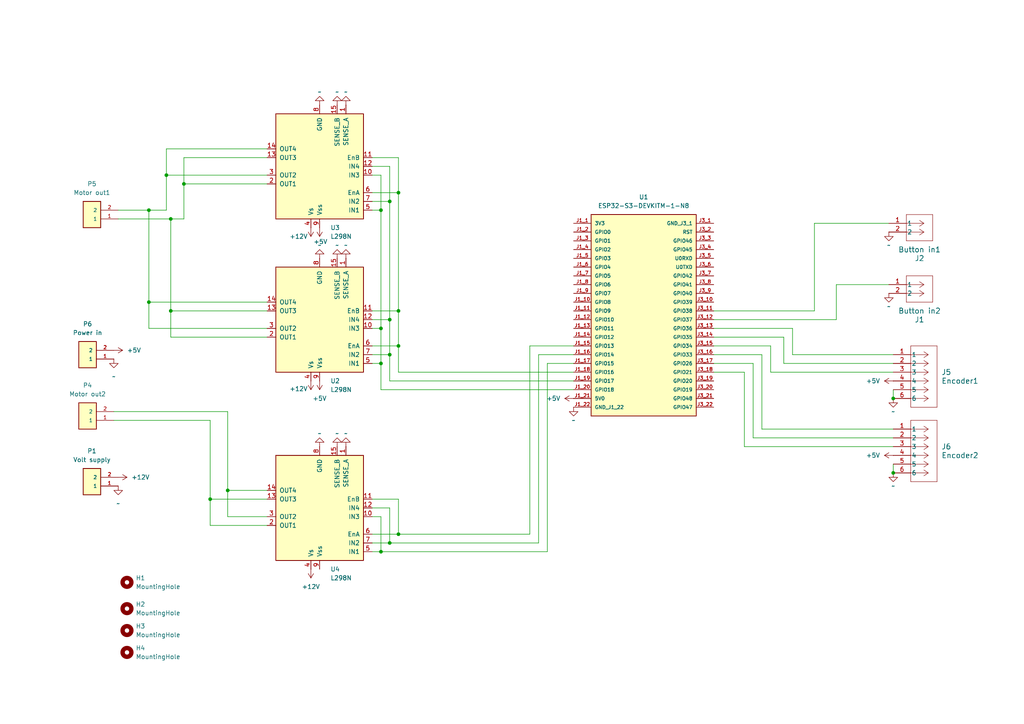
<source format=kicad_sch>
(kicad_sch (version 20250114) (generator "eeschema") (generator_version "9.0")
  (paper "A4")
  (lib_symbols
    (symbol "Driver_Motor:L298N" (pin_names (offset 1.016))
      (property "Reference" "U" (at -10.16 16.51 0))
      (property "Value" "L298N" (at 12.7 16.51 0))
      (symbol "L298N_0_1"
        (rectangle (start -12.7 15.24) (end 12.7 -15.24) (stroke (width 0.254)) (fill (type background)))
      )
      (symbol "L298N_1_1"
        (pin input line (at -15.24 12.7 0) (length 2.54) (name "IN1") (number "5"))
        (pin input line (at -15.24 10.16 0) (length 2.54) (name "IN2") (number "7"))
        (pin input line (at -15.24 7.62 0) (length 2.54) (name "EnA") (number "6"))
        (pin input line (at -15.24 2.54 0) (length 2.54) (name "IN3") (number "10"))
        (pin input line (at -15.24 0 0) (length 2.54) (name "IN4") (number "12"))
        (pin input line (at -15.24 -2.54 0) (length 2.54) (name "EnB") (number "11"))
        (pin power_in line (at -7.62 -17.78 90) (length 2.54) (name "SENSE_A") (number "1"))
        (pin power_in line (at -5.08 -17.78 90) (length 2.54) (name "SENSE_B") (number "15"))
        (pin power_in line (at 0 17.78 270) (length 2.54) (name "Vss") (number "9"))
        (pin power_in line (at 0 -17.78 90) (length 2.54) (name "GND") (number "8"))
        (pin power_in line (at 2.54 17.78 270) (length 2.54) (name "Vs") (number "4"))
        (pin output line (at 15.24 5.08 180) (length 2.54) (name "OUT1") (number "2"))
        (pin output line (at 15.24 2.54 180) (length 2.54) (name "OUT2") (number "3"))
        (pin output line (at 15.24 -2.54 180) (length 2.54) (name "OUT3") (number "13"))
        (pin output line (at 15.24 -5.08 180) (length 2.54) (name "OUT4") (number "14"))
      )
    )
    (symbol "ESP32-S3-DEVKITM-1-N8:ESP32-S3-DEVKITM-1-N8" (pin_names (offset 1.016))
      (property "Reference" "U" (at -15.24 31.242 0))
      (property "Value" "ESP32-S3-DEVKITM-1-N8" (at -15.24 -30.48 0))
      (symbol "ESP32-S3-DEVKITM-1-N8_0_0"
        (rectangle (start -15.24 -27.94) (end 15.24 30.48) (stroke (width 0.254)) (fill (type background)))
        (pin power_in line (at -20.32 27.94 0) (length 5.08) (name "3V3") (number "J1_1"))
        (pin bidirectional line (at -20.32 25.4 0) (length 5.08) (name "GPIO0") (number "J1_2"))
        (pin bidirectional line (at -20.32 22.86 0) (length 5.08) (name "GPIO1") (number "J1_3"))
        (pin bidirectional line (at -20.32 20.32 0) (length 5.08) (name "GPIO2") (number "J1_4"))
        (pin bidirectional line (at -20.32 17.78 0) (length 5.08) (name "GPIO3") (number "J1_5"))
        (pin bidirectional line (at -20.32 15.24 0) (length 5.08) (name "GPIO4") (number "J1_6"))
        (pin bidirectional line (at -20.32 12.7 0) (length 5.08) (name "GPIO5") (number "J1_7"))
        (pin bidirectional line (at -20.32 10.16 0) (length 5.08) (name "GPIO6") (number "J1_8"))
        (pin bidirectional line (at -20.32 7.62 0) (length 5.08) (name "GPIO7") (number "J1_9"))
        (pin bidirectional line (at -20.32 5.08 0) (length 5.08) (name "GPIO8") (number "J1_10"))
        (pin bidirectional line (at -20.32 2.54 0) (length 5.08) (name "GPIO9") (number "J1_11"))
        (pin bidirectional line (at -20.32 0 0) (length 5.08) (name "GPIO10") (number "J1_12"))
        (pin bidirectional line (at -20.32 -2.54 0) (length 5.08) (name "GPIO11") (number "J1_13"))
        (pin bidirectional line (at -20.32 -5.08 0) (length 5.08) (name "GPIO12") (number "J1_14"))
        (pin bidirectional line (at -20.32 -7.62 0) (length 5.08) (name "GPIO13") (number "J1_15"))
        (pin bidirectional line (at -20.32 -10.16 0) (length 5.08) (name "GPIO14") (number "J1_16"))
        (pin bidirectional line (at -20.32 -12.7 0) (length 5.08) (name "GPIO15") (number "J1_17"))
        (pin bidirectional line (at -20.32 -15.24 0) (length 5.08) (name "GPIO16") (number "J1_18"))
        (pin bidirectional line (at -20.32 -17.78 0) (length 5.08) (name "GPIO17") (number "J1_19"))
        (pin bidirectional line (at -20.32 -20.32 0) (length 5.08) (name "GPIO18") (number "J1_20"))
        (pin power_in line (at -20.32 -22.86 0) (length 5.08) (name "5V0") (number "J1_21"))
        (pin power_in line (at -20.32 -25.4 0) (length 5.08) (name "GND_J1_22") (number "J1_22"))
        (pin power_in line (at 20.32 27.94 180) (length 5.08) (name "GND_J3_1") (number "J3_1"))
        (pin input line (at 20.32 25.4 180) (length 5.08) (name "RST") (number "J3_2"))
        (pin bidirectional line (at 20.32 22.86 180) (length 5.08) (name "GPIO46") (number "J3_3"))
        (pin bidirectional line (at 20.32 20.32 180) (length 5.08) (name "GPIO45") (number "J3_4"))
        (pin bidirectional line (at 20.32 17.78 180) (length 5.08) (name "U0RXD") (number "J3_5"))
        (pin bidirectional line (at 20.32 15.24 180) (length 5.08) (name "U0TXD") (number "J3_6"))
        (pin bidirectional line (at 20.32 12.7 180) (length 5.08) (name "GPIO42") (number "J3_7"))
        (pin bidirectional line (at 20.32 10.16 180) (length 5.08) (name "GPIO41") (number "J3_8"))
        (pin bidirectional line (at 20.32 7.62 180) (length 5.08) (name "GPIO40") (number "J3_9"))
        (pin bidirectional line (at 20.32 5.08 180) (length 5.08) (name "GPIO39") (number "J3_10"))
        (pin bidirectional line (at 20.32 2.54 180) (length 5.08) (name "GPIO38") (number "J3_11"))
        (pin bidirectional line (at 20.32 0 180) (length 5.08) (name "GPIO37") (number "J3_12"))
        (pin bidirectional line (at 20.32 -2.54 180) (length 5.08) (name "GPIO36") (number "J3_13"))
        (pin bidirectional line (at 20.32 -5.08 180) (length 5.08) (name "GPIO35") (number "J3_14"))
        (pin bidirectional line (at 20.32 -7.62 180) (length 5.08) (name "GPIO34") (number "J3_15"))
        (pin bidirectional line (at 20.32 -10.16 180) (length 5.08) (name "GPIO33") (number "J3_16"))
        (pin bidirectional line (at 20.32 -12.7 180) (length 5.08) (name "GPIO26") (number "J3_17"))
        (pin bidirectional line (at 20.32 -15.24 180) (length 5.08) (name "GPIO21") (number "J3_18"))
        (pin bidirectional line (at 20.32 -17.78 180) (length 5.08) (name "GPIO20") (number "J3_19"))
        (pin bidirectional line (at 20.32 -20.32 180) (length 5.08) (name "GPIO19") (number "J3_20"))
        (pin bidirectional line (at 20.32 -22.86 180) (length 5.08) (name "GPIO48") (number "J3_21"))
        (pin bidirectional line (at 20.32 -25.4 180) (length 5.08) (name "GPIO47") (number "J3_22"))
      )
    )
    (symbol "Mechanical:MountingHole" (pin_names (offset 1.016)) (exclude_from_sim yes) (in_bom no)
      (property "Reference" "H" (at 0 5.08 0))
      (property "Value" "MountingHole" (at 0 3.175 0))
      (symbol "MountingHole_0_1"
        (circle (center 0 0) (radius 1.27) (stroke (width 1.27)))
      )
    )
    (symbol "Molex 2 pin:22232021" (pin_names (offset 0.254))
      (property "Reference" "J" (at 8.89 6.35 0))
      (property "Value" "22232021" (at 0 0 0))
      (symbol "22232021_1_1"
        (polyline (pts (xy 5.08 2.54) (xy 5.08 -5.08)) (stroke (width 0.127)))
        (polyline (pts (xy 5.08 -5.08) (xy 12.7 -5.08)) (stroke (width 0.127)))
        (polyline (pts (xy 10.16 0) (xy 5.08 0)) (stroke (width 0.127)))
        (polyline (pts (xy 10.16 0) (xy 8.89 0.8467)) (stroke (width 0.127)))
        (polyline (pts (xy 10.16 0) (xy 8.89 -0.8467)) (stroke (width 0.127)))
        (polyline (pts (xy 10.16 -2.54) (xy 5.08 -2.54)) (stroke (width 0.127)))
        (polyline (pts (xy 10.16 -2.54) (xy 8.89 -1.6933)) (stroke (width 0.127)))
        (polyline (pts (xy 10.16 -2.54) (xy 8.89 -3.3867)) (stroke (width 0.127)))
        (polyline (pts (xy 12.7 2.54) (xy 5.08 2.54)) (stroke (width 0.127)))
        (polyline (pts (xy 12.7 -5.08) (xy 12.7 2.54)) (stroke (width 0.127)))
        (pin unspecified line (at 0 0 0) (length 5.08) (name "1") (number "1"))
        (pin unspecified line (at 0 -2.54 0) (length 5.08) (name "2") (number "2"))
      )
      (symbol "22232021_1_2"
        (polyline (pts (xy 5.08 2.54) (xy 5.08 -5.08)) (stroke (width 0.127)))
        (polyline (pts (xy 5.08 -5.08) (xy 12.7 -5.08)) (stroke (width 0.127)))
        (polyline (pts (xy 7.62 0) (xy 5.08 0)) (stroke (width 0.127)))
        (polyline (pts (xy 7.62 0) (xy 8.89 0.8467)) (stroke (width 0.127)))
        (polyline (pts (xy 7.62 0) (xy 8.89 -0.8467)) (stroke (width 0.127)))
        (polyline (pts (xy 7.62 -2.54) (xy 5.08 -2.54)) (stroke (width 0.127)))
        (polyline (pts (xy 7.62 -2.54) (xy 8.89 -1.6933)) (stroke (width 0.127)))
        (polyline (pts (xy 7.62 -2.54) (xy 8.89 -3.3867)) (stroke (width 0.127)))
        (polyline (pts (xy 12.7 2.54) (xy 5.08 2.54)) (stroke (width 0.127)))
        (polyline (pts (xy 12.7 -5.08) (xy 12.7 2.54)) (stroke (width 0.127)))
        (pin unspecified line (at 0 0 0) (length 5.08) (name "1") (number "1"))
        (pin unspecified line (at 0 -2.54 0) (length 5.08) (name "2") (number "2"))
      )
    )
    (symbol "Screw terminal - 282837-2:282837-2" (pin_names (offset 1.016))
      (property "Reference" "P" (at -2.5406 2.5438 0))
      (property "Value" "282837-2" (at -2.5424 -6.3745 0))
      (symbol "282837-2_0_0"
        (rectangle (start -2.54 -5.08) (end 2.54 2.54) (stroke (width 0.254)) (fill (type background)))
        (pin passive line (at -7.62 0 0) (length 5.08) (name "1") (number "1"))
        (pin passive line (at -7.62 -2.54 0) (length 5.08) (name "2") (number "2"))
      )
    )
    (symbol "molex 6 pin:26604060" (pin_names (offset 0.254))
      (property "Reference" "J" (at 8.89 6.35 0))
      (property "Value" "26604060" (at 0 0 0))
      (symbol "26604060_1_1"
        (polyline (pts (xy 5.08 2.54) (xy 5.08 -15.24)) (stroke (width 0.127)))
        (polyline (pts (xy 5.08 -15.24) (xy 12.7 -15.24)) (stroke (width 0.127)))
        (polyline (pts (xy 10.16 0) (xy 5.08 0)) (stroke (width 0.127)))
        (polyline (pts (xy 10.16 0) (xy 8.89 0.8467)) (stroke (width 0.127)))
        (polyline (pts (xy 10.16 0) (xy 8.89 -0.8467)) (stroke (width 0.127)))
        (polyline (pts (xy 10.16 -2.54) (xy 5.08 -2.54)) (stroke (width 0.127)))
        (polyline (pts (xy 10.16 -2.54) (xy 8.89 -1.6933)) (stroke (width 0.127)))
        (polyline (pts (xy 10.16 -2.54) (xy 8.89 -3.3867)) (stroke (width 0.127)))
        (polyline (pts (xy 10.16 -5.08) (xy 5.08 -5.08)) (stroke (width 0.127)))
        (polyline (pts (xy 10.16 -5.08) (xy 8.89 -4.2333)) (stroke (width 0.127)))
        (polyline (pts (xy 10.16 -5.08) (xy 8.89 -5.9267)) (stroke (width 0.127)))
        (polyline (pts (xy 10.16 -7.62) (xy 5.08 -7.62)) (stroke (width 0.127)))
        (polyline (pts (xy 10.16 -7.62) (xy 8.89 -6.7733)) (stroke (width 0.127)))
        (polyline (pts (xy 10.16 -7.62) (xy 8.89 -8.4667)) (stroke (width 0.127)))
        (polyline (pts (xy 10.16 -10.16) (xy 5.08 -10.16)) (stroke (width 0.127)))
        (polyline (pts (xy 10.16 -10.16) (xy 8.89 -9.3133)) (stroke (width 0.127)))
        (polyline (pts (xy 10.16 -10.16) (xy 8.89 -11.0067)) (stroke (width 0.127)))
        (polyline (pts (xy 10.16 -12.7) (xy 5.08 -12.7)) (stroke (width 0.127)))
        (polyline (pts (xy 10.16 -12.7) (xy 8.89 -11.8533)) (stroke (width 0.127)))
        (polyline (pts (xy 10.16 -12.7) (xy 8.89 -13.5467)) (stroke (width 0.127)))
        (polyline (pts (xy 12.7 2.54) (xy 5.08 2.54)) (stroke (width 0.127)))
        (polyline (pts (xy 12.7 -15.24) (xy 12.7 2.54)) (stroke (width 0.127)))
        (pin unspecified line (at 0 0 0) (length 5.08) (name "1") (number "1"))
        (pin unspecified line (at 0 -2.54 0) (length 5.08) (name "2") (number "2"))
        (pin unspecified line (at 0 -5.08 0) (length 5.08) (name "3") (number "3"))
        (pin unspecified line (at 0 -7.62 0) (length 5.08) (name "4") (number "4"))
        (pin unspecified line (at 0 -10.16 0) (length 5.08) (name "5") (number "5"))
        (pin unspecified line (at 0 -12.7 0) (length 5.08) (name "6") (number "6"))
      )
      (symbol "26604060_1_2"
        (polyline (pts (xy 5.08 2.54) (xy 5.08 -15.24)) (stroke (width 0.127)))
        (polyline (pts (xy 5.08 -15.24) (xy 12.7 -15.24)) (stroke (width 0.127)))
        (polyline (pts (xy 7.62 0) (xy 5.08 0)) (stroke (width 0.127)))
        (polyline (pts (xy 7.62 0) (xy 8.89 0.8467)) (stroke (width 0.127)))
        (polyline (pts (xy 7.62 0) (xy 8.89 -0.8467)) (stroke (width 0.127)))
        (polyline (pts (xy 7.62 -2.54) (xy 5.08 -2.54)) (stroke (width 0.127)))
        (polyline (pts (xy 7.62 -2.54) (xy 8.89 -1.6933)) (stroke (width 0.127)))
        (polyline (pts (xy 7.62 -2.54) (xy 8.89 -3.3867)) (stroke (width 0.127)))
        (polyline (pts (xy 7.62 -5.08) (xy 5.08 -5.08)) (stroke (width 0.127)))
        (polyline (pts (xy 7.62 -5.08) (xy 8.89 -4.2333)) (stroke (width 0.127)))
        (polyline (pts (xy 7.62 -5.08) (xy 8.89 -5.9267)) (stroke (width 0.127)))
        (polyline (pts (xy 7.62 -7.62) (xy 5.08 -7.62)) (stroke (width 0.127)))
        (polyline (pts (xy 7.62 -7.62) (xy 8.89 -6.7733)) (stroke (width 0.127)))
        (polyline (pts (xy 7.62 -7.62) (xy 8.89 -8.4667)) (stroke (width 0.127)))
        (polyline (pts (xy 7.62 -10.16) (xy 5.08 -10.16)) (stroke (width 0.127)))
        (polyline (pts (xy 7.62 -10.16) (xy 8.89 -9.3133)) (stroke (width 0.127)))
        (polyline (pts (xy 7.62 -10.16) (xy 8.89 -11.0067)) (stroke (width 0.127)))
        (polyline (pts (xy 7.62 -12.7) (xy 5.08 -12.7)) (stroke (width 0.127)))
        (polyline (pts (xy 7.62 -12.7) (xy 8.89 -11.8533)) (stroke (width 0.127)))
        (polyline (pts (xy 7.62 -12.7) (xy 8.89 -13.5467)) (stroke (width 0.127)))
        (polyline (pts (xy 12.7 2.54) (xy 5.08 2.54)) (stroke (width 0.127)))
        (polyline (pts (xy 12.7 -15.24) (xy 12.7 2.54)) (stroke (width 0.127)))
        (pin unspecified line (at 0 0 0) (length 5.08) (name "1") (number "1"))
        (pin unspecified line (at 0 -2.54 0) (length 5.08) (name "2") (number "2"))
        (pin unspecified line (at 0 -5.08 0) (length 5.08) (name "3") (number "3"))
        (pin unspecified line (at 0 -7.62 0) (length 5.08) (name "4") (number "4"))
        (pin unspecified line (at 0 -10.16 0) (length 5.08) (name "5") (number "5"))
        (pin unspecified line (at 0 -12.7 0) (length 5.08) (name "6") (number "6"))
      )
    )
    (symbol "power:+12V" (power) (pin_numbers (hide yes)) (pin_names (offset 0) (hide yes))
      (property "Value" "+12V" (at 0 3.556 0))
      (symbol "+12V_0_1"
        (polyline (pts (xy -0.762 1.27) (xy 0 2.54)))
        (polyline (pts (xy 0 2.54) (xy 0.762 1.27)))
        (polyline (pts (xy 0 0) (xy 0 2.54)))
      )
      (symbol "+12V_1_1"
        (pin power_in line (at 0 0 90) (length 0) (name "~") (number "1"))
      )
    )
    (symbol "power:+5V" (power) (pin_numbers (hide yes)) (pin_names (offset 0) (hide yes))
      (property "Value" "+5V" (at 0 3.556 0))
      (symbol "+5V_0_1"
        (polyline (pts (xy -0.762 1.27) (xy 0 2.54)))
        (polyline (pts (xy 0 2.54) (xy 0.762 1.27)))
        (polyline (pts (xy 0 0) (xy 0 2.54)))
      )
      (symbol "+5V_1_1"
        (pin power_in line (at 0 0 90) (length 0) (name "~") (number "1"))
      )
    )
    (symbol "power:GND" (power) (pin_numbers (hide yes)) (pin_names (offset 0) (hide yes))
      (property "Value" "GND" (at 0 -3.81 0))
      (symbol "GND_0_1"
        (polyline (pts (xy 0 0) (xy 0 -1.27) (xy 1.27 -1.27) (xy 0 -2.54) (xy -1.27 -1.27) (xy 0 -1.27)))
      )
      (symbol "GND_1_1"
        (pin power_in line (at 0 0 270) (length 0) (name "~") (number "1"))
      )
    )
  )
  (junction (at 43.18 60.96))
  (junction (at 115.57 154.94))
  (junction (at 115.57 100.33))
  (junction (at 115.57 55.88))
  (junction (at 115.57 90.17))
  (junction (at 110.49 95.25))
  (junction (at 49.53 63.5))
  (junction (at 53.34 53.34))
  (junction (at 259.08 115.57))
  (junction (at 49.53 90.17))
  (junction (at 113.03 58.42))
  (junction (at 110.49 60.96))
  (junction (at 113.03 102.87))
  (junction (at 66.04 142.24))
  (junction (at 43.18 87.63))
  (junction (at 48.26 50.8))
  (junction (at 259.08 137.16))
  (junction (at 60.96 144.78))
  (junction (at 110.49 105.41))
  (junction (at 113.03 92.71))
  (junction (at 113.03 157.48))
  (junction (at 110.49 160.02))
  (wire (pts (xy 77.47 90.17) (xy 49.53 90.17)))
  (wire (pts (xy 215.9 107.95) (xy 207.01 107.95)))
  (wire (pts (xy 110.49 149.86) (xy 110.49 160.02)))
  (wire (pts (xy 48.26 43.18) (xy 48.26 50.8)))
  (wire (pts (xy 110.49 105.41) (xy 107.95 105.41)))
  (wire (pts (xy 110.49 95.25) (xy 110.49 105.41)))
  (wire (pts (xy 153.67 100.33) (xy 153.67 154.94)))
  (wire (pts (xy 107.95 95.25) (xy 110.49 95.25)))
  (wire (pts (xy 43.18 60.96) (xy 43.18 87.63)))
  (wire (pts (xy 49.53 90.17) (xy 49.53 63.5)))
  (wire (pts (xy 107.95 147.32) (xy 113.03 147.32)))
  (wire (pts (xy 107.95 154.94) (xy 115.57 154.94)))
  (wire (pts (xy 223.52 100.33) (xy 207.01 100.33)))
  (wire (pts (xy 259.08 124.46) (xy 220.98 124.46)))
  (wire (pts (xy 77.47 144.78) (xy 60.96 144.78)))
  (wire (pts (xy 113.03 102.87) (xy 113.03 92.71)))
  (wire (pts (xy 223.52 107.95) (xy 223.52 100.33)))
  (wire (pts (xy 107.95 149.86) (xy 110.49 149.86)))
  (wire (pts (xy 66.04 149.86) (xy 66.04 142.24)))
  (wire (pts (xy 113.03 102.87) (xy 107.95 102.87)))
  (wire (pts (xy 158.75 105.41) (xy 158.75 160.02)))
  (wire (pts (xy 115.57 90.17) (xy 115.57 55.88)))
  (wire (pts (xy 218.44 127) (xy 259.08 127)))
  (wire (pts (xy 110.49 160.02) (xy 158.75 160.02)))
  (wire (pts (xy 236.22 64.77) (xy 257.81 64.77)))
  (wire (pts (xy 77.47 152.4) (xy 60.96 152.4)))
  (wire (pts (xy 242.57 92.71) (xy 242.57 82.55)))
  (wire (pts (xy 77.47 50.8) (xy 48.26 50.8)))
  (wire (pts (xy 77.47 97.79) (xy 49.53 97.79)))
  (wire (pts (xy 107.95 157.48) (xy 113.03 157.48)))
  (wire (pts (xy 207.01 92.71) (xy 242.57 92.71)))
  (wire (pts (xy 156.21 157.48) (xy 156.21 102.87)))
  (wire (pts (xy 48.26 60.96) (xy 43.18 60.96)))
  (wire (pts (xy 53.34 53.34) (xy 77.47 53.34)))
  (wire (pts (xy 77.47 95.25) (xy 43.18 95.25)))
  (wire (pts (xy 107.95 58.42) (xy 113.03 58.42)))
  (wire (pts (xy 166.37 105.41) (xy 158.75 105.41)))
  (wire (pts (xy 115.57 55.88) (xy 115.57 45.72)))
  (wire (pts (xy 227.33 97.79) (xy 227.33 105.41)))
  (wire (pts (xy 115.57 55.88) (xy 107.95 55.88)))
  (wire (pts (xy 60.96 144.78) (xy 60.96 121.92)))
  (wire (pts (xy 113.03 147.32) (xy 113.03 157.48)))
  (wire (pts (xy 110.49 113.03) (xy 166.37 113.03)))
  (wire (pts (xy 113.03 92.71) (xy 113.03 58.42)))
  (wire (pts (xy 113.03 58.42) (xy 113.03 48.26)))
  (wire (pts (xy 107.95 100.33) (xy 115.57 100.33)))
  (wire (pts (xy 218.44 105.41) (xy 218.44 127)))
  (wire (pts (xy 107.95 90.17) (xy 115.57 90.17)))
  (wire (pts (xy 259.08 102.87) (xy 229.87 102.87)))
  (wire (pts (xy 53.34 53.34) (xy 53.34 63.5)))
  (wire (pts (xy 43.18 87.63) (xy 43.18 95.25)))
  (wire (pts (xy 53.34 63.5) (xy 49.53 63.5)))
  (wire (pts (xy 110.49 95.25) (xy 110.49 60.96)))
  (wire (pts (xy 220.98 124.46) (xy 220.98 102.87)))
  (wire (pts (xy 110.49 50.8) (xy 107.95 50.8)))
  (wire (pts (xy 77.47 149.86) (xy 66.04 149.86)))
  (wire (pts (xy 60.96 121.92) (xy 33.02 121.92)))
  (wire (pts (xy 259.08 107.95) (xy 223.52 107.95)))
  (wire (pts (xy 107.95 144.78) (xy 115.57 144.78)))
  (wire (pts (xy 259.08 137.16) (xy 259.08 134.62)))
  (wire (pts (xy 77.47 45.72) (xy 53.34 45.72)))
  (wire (pts (xy 227.33 105.41) (xy 259.08 105.41)))
  (wire (pts (xy 110.49 113.03) (xy 110.49 105.41)))
  (wire (pts (xy 207.01 97.79) (xy 227.33 97.79)))
  (wire (pts (xy 259.08 129.54) (xy 215.9 129.54)))
  (wire (pts (xy 49.53 97.79) (xy 49.53 90.17)))
  (wire (pts (xy 166.37 100.33) (xy 153.67 100.33)))
  (wire (pts (xy 110.49 60.96) (xy 110.49 50.8)))
  (wire (pts (xy 229.87 102.87) (xy 229.87 95.25)))
  (wire (pts (xy 115.57 154.94) (xy 153.67 154.94)))
  (wire (pts (xy 49.53 63.5) (xy 34.29 63.5)))
  (wire (pts (xy 115.57 144.78) (xy 115.57 154.94)))
  (wire (pts (xy 60.96 152.4) (xy 60.96 144.78)))
  (wire (pts (xy 53.34 45.72) (xy 53.34 53.34)))
  (wire (pts (xy 220.98 102.87) (xy 207.01 102.87)))
  (wire (pts (xy 115.57 45.72) (xy 107.95 45.72)))
  (wire (pts (xy 77.47 87.63) (xy 43.18 87.63)))
  (wire (pts (xy 77.47 142.24) (xy 66.04 142.24)))
  (wire (pts (xy 115.57 107.95) (xy 115.57 100.33)))
  (wire (pts (xy 107.95 60.96) (xy 110.49 60.96)))
  (wire (pts (xy 113.03 48.26) (xy 107.95 48.26)))
  (wire (pts (xy 113.03 110.49) (xy 166.37 110.49)))
  (wire (pts (xy 215.9 129.54) (xy 215.9 107.95)))
  (wire (pts (xy 207.01 90.17) (xy 236.22 90.17)))
  (wire (pts (xy 66.04 119.38) (xy 33.02 119.38)))
  (wire (pts (xy 259.08 115.57) (xy 259.08 113.03)))
  (wire (pts (xy 107.95 92.71) (xy 113.03 92.71)))
  (wire (pts (xy 48.26 50.8) (xy 48.26 60.96)))
  (wire (pts (xy 66.04 142.24) (xy 66.04 119.38)))
  (wire (pts (xy 236.22 90.17) (xy 236.22 64.77)))
  (wire (pts (xy 229.87 95.25) (xy 207.01 95.25)))
  (wire (pts (xy 113.03 110.49) (xy 113.03 102.87)))
  (wire (pts (xy 43.18 60.96) (xy 34.29 60.96)))
  (wire (pts (xy 207.01 105.41) (xy 218.44 105.41)))
  (wire (pts (xy 77.47 43.18) (xy 48.26 43.18)))
  (wire (pts (xy 107.95 160.02) (xy 110.49 160.02)))
  (wire (pts (xy 113.03 157.48) (xy 156.21 157.48)))
  (wire (pts (xy 115.57 107.95) (xy 166.37 107.95)))
  (wire (pts (xy 156.21 102.87) (xy 166.37 102.87)))
  (wire (pts (xy 242.57 82.55) (xy 257.81 82.55)))
  (wire (pts (xy 115.57 90.17) (xy 115.57 100.33)))
  (symbol (lib_id "power:GND") (at 259.08 137.16 0) (unit 1)
    (property "Reference" "#PWR018" (effects (hide yes)))
    (property "Value" "~" (at 259.08 140.97 0))
    (property "Description" "Power symbol creates a global label with name \"GND\" , ground" (effects (hide yes)))
  )
  (symbol (lib_id "Mechanical:MountingHole") (at 36.83 189.23 0) (unit 1) (exclude_from_sim yes) (in_bom no)
    (property "Reference" "H4" (at 39.37 187.9599 0) (effects (justify left)))
    (property "Value" "MountingHole" (at 39.37 190.4999 0) (effects (justify left)))
    (property "Footprint" "MountingHole:MountingHole_3mm_Pad" (effects (hide yes)))
    (property "Description" "Mounting Hole without connection" (effects (hide yes)))
  )
  (symbol (lib_id "Mechanical:MountingHole") (at 36.83 182.88 0) (unit 1) (exclude_from_sim yes) (in_bom no)
    (property "Reference" "H3" (at 39.37 181.6099 0) (effects (justify left)))
    (property "Value" "MountingHole" (at 39.37 184.1499 0) (effects (justify left)))
    (property "Footprint" "MountingHole:MountingHole_3mm_Pad" (effects (hide yes)))
    (property "Description" "Mounting Hole without connection" (effects (hide yes)))
  )
  (symbol (lib_id "power:+12V") (at 90.17 165.1 180) (unit 1)
    (property "Reference" "#PWR016" (effects (hide yes)))
    (property "Value" "+12V" (at 90.17 170.18 0))
    (property "Description" "Power symbol creates a global label with name \"+12V\"" (effects (hide yes)))
  )
  (symbol (lib_id "Mechanical:MountingHole") (at 36.83 168.91 0) (unit 1) (exclude_from_sim yes) (in_bom no)
    (property "Reference" "H1" (at 39.37 167.6399 0) (effects (justify left)))
    (property "Value" "MountingHole" (at 39.37 170.1799 0) (effects (justify left)))
    (property "Footprint" "MountingHole:MountingHole_3mm_Pad" (effects (hide yes)))
    (property "Description" "Mounting Hole without connection" (effects (hide yes)))
  )
  (symbol (lib_id "power:+5V") (at 92.71 110.49 180) (unit 1)
    (property "Reference" "#PWR020" (effects (hide yes)))
    (property "Value" "+5V" (at 92.71 115.57 0))
    (property "Description" "Power symbol creates a global label with name \"+5V\"" (effects (hide yes)))
  )
  (symbol (lib_id "power:GND") (at 97.79 129.54 180) (unit 1)
    (property "Reference" "#PWR014" (effects (hide yes)))
    (property "Value" "~" (at 97.79 125.73 0))
    (property "Description" "Power symbol creates a global label with name \"GND\" , ground" (effects (hide yes)))
  )
  (symbol (lib_id "power:GND") (at 97.79 74.93 180) (unit 1)
    (property "Reference" "#PWR05" (effects (hide yes)))
    (property "Value" "~" (at 97.79 71.12 0))
    (property "Description" "Power symbol creates a global label with name \"GND\" , ground" (effects (hide yes)))
  )
  (symbol (lib_id "power:GND") (at 100.33 30.48 180) (unit 1)
    (property "Reference" "#PWR010" (effects (hide yes)))
    (property "Value" "~" (at 100.33 26.67 0))
    (property "Description" "Power symbol creates a global label with name \"GND\" , ground" (effects (hide yes)))
  )
  (symbol (lib_id "power:GND") (at 92.71 129.54 180) (unit 1)
    (property "Reference" "#PWR013" (effects (hide yes)))
    (property "Value" "~" (at 92.71 125.73 0))
    (property "Description" "Power symbol creates a global label with name \"GND\" , ground" (effects (hide yes)))
  )
  (symbol (lib_id "power:+12V") (at 34.29 138.43 270) (unit 1)
    (property "Reference" "#PWR08" (effects (hide yes)))
    (property "Value" "+12V" (at 38.1 138.4299 90) (effects (justify left)))
    (property "Description" "Power symbol creates a global label with name \"+12V\"" (effects (hide yes)))
  )
  (symbol (lib_id "power:GND") (at 92.71 30.48 180) (unit 1)
    (property "Reference" "#PWR012" (effects (hide yes)))
    (property "Value" "~" (at 92.71 26.67 0))
    (property "Description" "Power symbol creates a global label with name \"GND\" , ground" (effects (hide yes)))
  )
  (symbol (lib_id "power:+5V") (at 92.71 66.04 180) (unit 1)
    (property "Reference" "#PWR021" (effects (hide yes)))
    (property "Value" "+5V" (at 92.964 70.104 0))
    (property "Description" "Power symbol creates a global label with name \"+5V\"" (effects (hide yes)))
  )
  (symbol (lib_id "ESP32-S3-DEVKITM-1-N8:ESP32-S3-DEVKITM-1-N8") (at 186.69 92.71 0) (unit 1)
    (property "Reference" "U1" (at 186.69 57.15 0))
    (property "Value" "ESP32-S3-DEVKITM-1-N8" (at 186.69 59.69 0))
    (property "Footprint" "ESP32_S3_DEVKITM_1_N8:MODULE_ESP32-S3-DEVKITM-1-N8" (effects (hide yes)))
    (property "PARTREV" "1.0" (effects (hide yes)))
    (property "STANDARD" "Manufacturer Recommendations" (effects (hide yes)))
    (property "MANUFACTURER" "Espressif Systems" (effects (hide yes)))
  )
  (symbol (lib_id "power:GND") (at 97.79 30.48 180) (unit 1)
    (property "Reference" "#PWR011" (effects (hide yes)))
    (property "Value" "~" (at 97.79 26.67 0))
    (property "Description" "Power symbol creates a global label with name \"GND\" , ground" (effects (hide yes)))
  )
  (symbol (lib_id "power:+5V") (at 259.08 132.08 90) (unit 1)
    (property "Reference" "#PWR023" (effects (hide yes)))
    (property "Value" "+5V" (at 255.27 132.0799 90) (effects (justify left)))
    (property "Description" "Power symbol creates a global label with name \"+5V\"" (effects (hide yes)))
  )
  (symbol (lib_id "Mechanical:MountingHole") (at 36.83 176.53 0) (unit 1) (exclude_from_sim yes) (in_bom no)
    (property "Reference" "H2" (at 39.37 175.2599 0) (effects (justify left)))
    (property "Value" "MountingHole" (at 39.37 177.7999 0) (effects (justify left)))
    (property "Footprint" "MountingHole:MountingHole_3mm_Pad" (effects (hide yes)))
    (property "Description" "Mounting Hole without connection" (effects (hide yes)))
  )
  (symbol (lib_id "Screw terminal - 282837-2:282837-2") (at 25.4 121.92 180) (unit 1)
    (property "Reference" "P4" (at 25.4 111.76 0))
    (property "Value" "Motor out2" (at 25.4 114.3 0))
    (property "Footprint" "screw terminal 282837_2:TE_282837-2" (effects (hide yes)))
    (property "MF" "On Shore" (effects (hide yes)))
    (property "DESCRIPTION" "TERMINAL BLOCK 3.5MM 2POS PCB" (effects (hide yes)))
    (property "PACKAGE" "None" (effects (hide yes)))
    (property "PRICE" "0.28 USD" (effects (hide yes)))
    (property "PARTREV" "G3" (effects (hide yes)))
    (property "MP" "OSTTE020104" (effects (hide yes)))
    (property "AVAILABILITY" "Good" (effects (hide yes)))
  )
  (symbol (lib_id "Screw terminal - 282837-2:282837-2") (at 26.67 63.5 180) (unit 1)
    (property "Reference" "P5" (at 26.67 53.34 0))
    (property "Value" "Motor out1" (at 26.67 55.88 0))
    (property "Footprint" "screw terminal 282837_2:TE_282837-2" (effects (hide yes)))
    (property "MF" "On Shore" (effects (hide yes)))
    (property "DESCRIPTION" "TERMINAL BLOCK 3.5MM 2POS PCB" (effects (hide yes)))
    (property "PACKAGE" "None" (effects (hide yes)))
    (property "PRICE" "0.28 USD" (effects (hide yes)))
    (property "PARTREV" "G3" (effects (hide yes)))
    (property "MP" "OSTTE020104" (effects (hide yes)))
    (property "AVAILABILITY" "Good" (effects (hide yes)))
  )
  (symbol (lib_id "power:GND") (at 259.08 115.57 0) (unit 1)
    (property "Reference" "#PWR019" (effects (hide yes)))
    (property "Value" "~" (at 259.08 119.38 0))
    (property "Description" "Power symbol creates a global label with name \"GND\" , ground" (effects (hide yes)))
  )
  (symbol (lib_id "power:+5V") (at 259.08 110.49 90) (unit 1)
    (property "Reference" "#PWR024" (effects (hide yes)))
    (property "Value" "+5V" (at 255.27 110.4899 90) (effects (justify left)))
    (property "Description" "Power symbol creates a global label with name \"+5V\"" (effects (hide yes)))
  )
  (symbol (lib_id "power:+5V") (at 33.02 101.6 270) (unit 1)
    (property "Reference" "#PWR03" (effects (hide yes)))
    (property "Value" "+5V" (at 36.83 101.5999 90) (effects (justify left)))
    (property "Description" "Power symbol creates a global label with name \"+5V\"" (effects (hide yes)))
  )
  (symbol (lib_id "power:+12V") (at 90.17 66.04 180) (unit 1)
    (property "Reference" "#PWR017" (effects (hide yes)))
    (property "Value" "+12V" (at 86.614 68.58 0))
    (property "Description" "Power symbol creates a global label with name \"+12V\"" (effects (hide yes)))
  )
  (symbol (lib_id "power:GND") (at 33.02 104.14 0) (unit 1)
    (property "Reference" "#PWR04" (effects (hide yes)))
    (property "Value" "~" (at 33.02 109.22 0))
    (property "Description" "Power symbol creates a global label with name \"GND\" , ground" (effects (hide yes)))
  )
  (symbol (lib_id "Screw terminal - 282837-2:282837-2") (at 25.4 104.14 180) (unit 1)
    (property "Reference" "P6" (at 25.4 93.98 0))
    (property "Value" "Power in" (at 25.4 96.52 0))
    (property "Footprint" "screw terminal 282837_2:TE_282837-2" (effects (hide yes)))
    (property "MF" "On Shore" (effects (hide yes)))
    (property "DESCRIPTION" "TERMINAL BLOCK 3.5MM 2POS PCB" (effects (hide yes)))
    (property "PACKAGE" "None" (effects (hide yes)))
    (property "PRICE" "0.28 USD" (effects (hide yes)))
    (property "PARTREV" "G3" (effects (hide yes)))
    (property "MP" "OSTTE020104" (effects (hide yes)))
    (property "AVAILABILITY" "Good" (effects (hide yes)))
  )
  (symbol (lib_id "Molex 2 pin:22232021") (at 257.81 64.77 0) (unit 1)
    (property "Reference" "J2" (at 266.7 74.93 0) (effects (font (size 1.524 1.524))))
    (property "Value" "Button in1" (at 266.7 72.39 0) (effects (font (size 1.524 1.524))))
    (property "Footprint" "Molex 2 pin - 22232021:CONN_A-6373-02A_MOL" (effects (hide yes)))
    (property "Datasheet" "https://www.molex.com/en-us/products/part-detail-pdf/22232021?display=pdf" (effects (hide yes)))
  )
  (symbol (lib_id "Screw terminal - 282837-2:282837-2") (at 26.67 140.97 180) (unit 1)
    (property "Reference" "P1" (at 26.67 130.81 0))
    (property "Value" "Volt supply" (at 26.67 133.35 0))
    (property "Footprint" "screw terminal 282837_2:TE_282837-2" (effects (hide yes)))
    (property "MF" "On Shore" (effects (hide yes)))
    (property "DESCRIPTION" "TERMINAL BLOCK 3.5MM 2POS PCB" (effects (hide yes)))
    (property "PACKAGE" "None" (effects (hide yes)))
    (property "PRICE" "0.28 USD" (effects (hide yes)))
    (property "PARTREV" "G3" (effects (hide yes)))
    (property "MP" "OSTTE020104" (effects (hide yes)))
    (property "AVAILABILITY" "Good" (effects (hide yes)))
  )
  (symbol (lib_id "power:GND") (at 34.29 140.97 0) (unit 1)
    (property "Reference" "#PWR01" (effects (hide yes)))
    (property "Value" "~" (at 34.29 146.05 0))
    (property "Description" "Power symbol creates a global label with name \"GND\" , ground" (effects (hide yes)))
  )
  (symbol (lib_id "molex 6 pin:26604060") (at 259.08 124.46 0) (unit 1)
    (property "Reference" "J6" (at 273.05 129.5399 0) (effects (font (size 1.524 1.524)) (justify left)))
    (property "Value" "Encoder2" (at 273.05 132.0799 0) (effects (font (size 1.524 1.524)) (justify left)))
    (property "Footprint" "CONN_SDA-41791_M450_06_MOL" (effects (hide yes)))
    (property "Datasheet" "https://www.molex.com/en-us/products/part-detail-pdf/26604060?display=pdf" (effects (hide yes)))
  )
  (symbol (lib_id "power:GND") (at 100.33 129.54 180) (unit 1)
    (property "Reference" "#PWR015" (effects (hide yes)))
    (property "Value" "~" (at 100.33 125.73 0))
    (property "Description" "Power symbol creates a global label with name \"GND\" , ground" (effects (hide yes)))
  )
  (symbol (lib_id "molex 6 pin:26604060") (at 259.08 102.87 0) (unit 1)
    (property "Reference" "J5" (at 273.05 107.9499 0) (effects (font (size 1.524 1.524)) (justify left)))
    (property "Value" "Encoder1" (at 273.05 110.4899 0) (effects (font (size 1.524 1.524)) (justify left)))
    (property "Footprint" "CONN_SDA-41791_M450_06_MOL" (effects (hide yes)))
    (property "Datasheet" "https://www.molex.com/en-us/products/part-detail-pdf/26604060?display=pdf" (effects (hide yes)))
  )
  (symbol (lib_id "power:+12V") (at 90.17 110.49 180) (unit 1)
    (property "Reference" "#PWR09" (effects (hide yes)))
    (property "Value" "+12V" (at 86.614 112.776 0))
    (property "Description" "Power symbol creates a global label with name \"+12V\"" (effects (hide yes)))
  )
  (symbol (lib_id "power:+5V") (at 166.37 115.57 90) (unit 1)
    (property "Reference" "#PWR022" (effects (hide yes)))
    (property "Value" "+5V" (at 162.56 115.5699 90) (effects (justify left)))
    (property "Description" "Power symbol creates a global label with name \"+5V\"" (effects (hide yes)))
  )
  (symbol (lib_id "power:GND") (at 257.81 85.09 0) (unit 1)
    (property "Reference" "#PWR025" (effects (hide yes)))
    (property "Value" "~" (at 257.81 88.9 0))
    (property "Description" "Power symbol creates a global label with name \"GND\" , ground" (effects (hide yes)))
  )
  (symbol (lib_id "power:GND") (at 257.81 67.31 0) (unit 1)
    (property "Reference" "#PWR026" (effects (hide yes)))
    (property "Value" "~" (at 257.81 71.12 0))
    (property "Description" "Power symbol creates a global label with name \"GND\" , ground" (effects (hide yes)))
  )
  (symbol (lib_id "Driver_Motor:L298N") (at 92.71 48.26 180) (unit 1)
    (property "Reference" "U3" (at 95.8281 66.04 0) (effects (justify right)))
    (property "Value" "L298N" (at 95.8281 68.58 0) (effects (justify right)))
    (property "Footprint" "L298N:TO127P2020X500X2100-15" (effects (hide yes)))
    (property "Datasheet" "http://www.st.com/st-web-ui/static/active/en/resource/technical/document/datasheet/CD00000240.pdf" (effects (hide yes)))
    (property "Description" "Dual full bridge motor driver, up to 46V, 4A, Multiwatt15-V" (effects (hide yes)))
  )
  (symbol (lib_id "power:GND") (at 92.71 74.93 180) (unit 1)
    (property "Reference" "#PWR02" (effects (hide yes)))
    (property "Value" "~" (at 92.71 71.12 0))
    (property "Description" "Power symbol creates a global label with name \"GND\" , ground" (effects (hide yes)))
  )
  (symbol (lib_id "power:GND") (at 166.37 118.11 0) (unit 1)
    (property "Reference" "#PWR07" (effects (hide yes)))
    (property "Value" "~" (at 166.37 121.92 0))
    (property "Description" "Power symbol creates a global label with name \"GND\" , ground" (effects (hide yes)))
  )
  (symbol (lib_id "Driver_Motor:L298N") (at 92.71 92.71 180) (unit 1)
    (property "Reference" "U2" (at 95.8281 110.49 0) (effects (justify right)))
    (property "Value" "L298N" (at 95.8281 113.03 0) (effects (justify right)))
    (property "Footprint" "L298N:TO127P2020X500X2100-15" (effects (hide yes)))
    (property "Datasheet" "http://www.st.com/st-web-ui/static/active/en/resource/technical/document/datasheet/CD00000240.pdf" (effects (hide yes)))
    (property "Description" "Dual full bridge motor driver, up to 46V, 4A, Multiwatt15-V" (effects (hide yes)))
  )
  (symbol (lib_id "Driver_Motor:L298N") (at 92.71 147.32 180) (unit 1)
    (property "Reference" "U4" (at 95.8281 165.1 0) (effects (justify right)))
    (property "Value" "L298N" (at 95.8281 167.64 0) (effects (justify right)))
    (property "Footprint" "L298N:TO127P2020X500X2100-15" (effects (hide yes)))
    (property "Datasheet" "http://www.st.com/st-web-ui/static/active/en/resource/technical/document/datasheet/CD00000240.pdf" (effects (hide yes)))
    (property "Description" "Dual full bridge motor driver, up to 46V, 4A, Multiwatt15-V" (effects (hide yes)))
  )
  (symbol (lib_id "power:GND") (at 100.33 74.93 180) (unit 1)
    (property "Reference" "#PWR06" (effects (hide yes)))
    (property "Value" "~" (at 100.33 71.12 0))
    (property "Description" "Power symbol creates a global label with name \"GND\" , ground" (effects (hide yes)))
  )
  (symbol (lib_id "Molex 2 pin:22232021") (at 257.81 82.55 0) (unit 1)
    (property "Reference" "J1" (at 266.7 92.71 0) (effects (font (size 1.524 1.524))))
    (property "Value" "Button in2" (at 266.7 90.17 0) (effects (font (size 1.524 1.524))))
    (property "Footprint" "Molex 2 pin - 22232021:CONN_A-6373-02A_MOL" (effects (hide yes)))
    (property "Datasheet" "https://www.molex.com/en-us/products/part-detail-pdf/22232021?display=pdf" (effects (hide yes)))
  )
)
</source>
